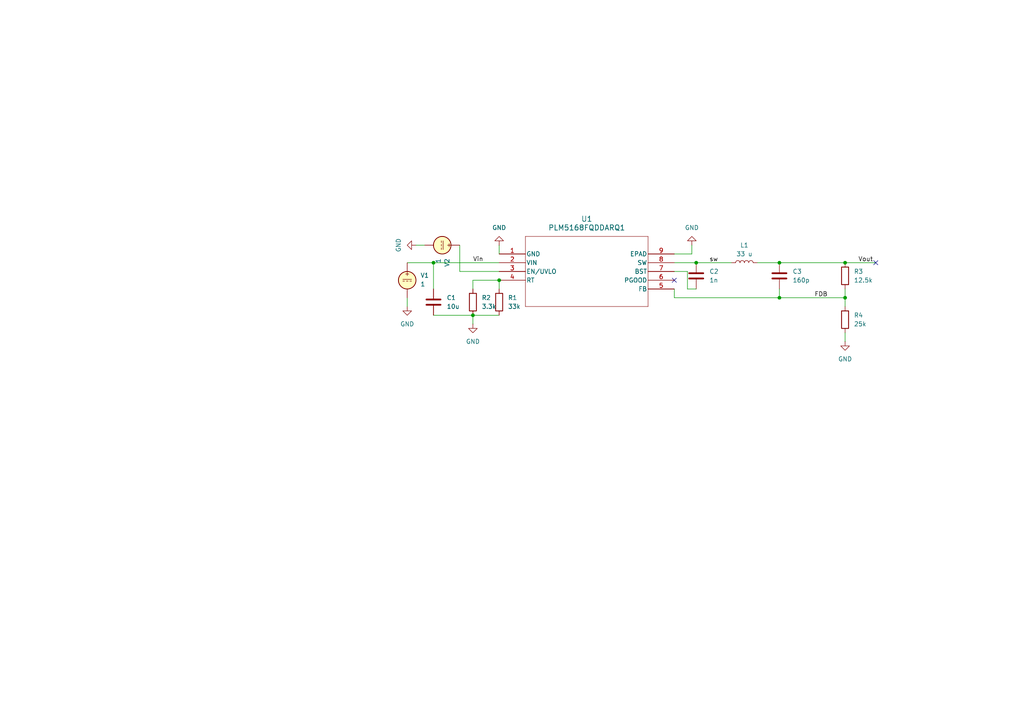
<source format=kicad_sch>
(kicad_sch (version 20231120) (generator "eeschema") (generator_version "8.0")
  (paper "A4")
  (lib_symbols
    (symbol "Device:C" (pin_numbers hide) (pin_names (offset 0.254))
      (property "Reference" "C" (at 0.635 2.54 0))
      (property "Value" "C" (at 0.635 -2.54 0))
      (symbol "C_0_1"
        (polyline (pts (xy -2.032 -0.762) (xy 2.032 -0.762)) (stroke (width 0.508)))
        (polyline (pts (xy -2.032 0.762) (xy 2.032 0.762)) (stroke (width 0.508)))
      )
      (symbol "C_1_1"
        (pin passive line (at 0 3.81 270) (length 2.794) (name "~") (number "1"))
        (pin passive line (at 0 -3.81 90) (length 2.794) (name "~") (number "2"))
      )
    )
    (symbol "Device:L" (pin_numbers hide) (pin_names (offset 1.016) hide)
      (property "Reference" "L" (at -1.27 0 90))
      (property "Value" "L" (at 1.905 0 90))
      (symbol "L_0_1"
        (arc (start 0 -2.54) (mid 0.6323 -1.905) (end 0 -1.27))
        (arc (start 0 -1.27) (mid 0.6323 -0.635) (end 0 0))
        (arc (start 0 0) (mid 0.6323 0.635) (end 0 1.27))
        (arc (start 0 1.27) (mid 0.6323 1.905) (end 0 2.54))
      )
      (symbol "L_1_1"
        (pin passive line (at 0 3.81 270) (length 1.27) (name "1") (number "1"))
        (pin passive line (at 0 -3.81 90) (length 1.27) (name "2") (number "2"))
      )
    )
    (symbol "Device:R" (pin_numbers hide) (pin_names (offset 0))
      (property "Reference" "R" (at 2.032 0 90))
      (property "Value" "R" (at 0 0 90))
      (symbol "R_0_1"
        (rectangle (start -1.016 -2.54) (end 1.016 2.54) (stroke (width 0.254)))
      )
      (symbol "R_1_1"
        (pin passive line (at 0 3.81 270) (length 1.27) (name "~") (number "1"))
        (pin passive line (at 0 -3.81 90) (length 1.27) (name "~") (number "2"))
      )
    )
    (symbol "LM5168FQDDARQ1:PLM5168FQDDARQ1" (pin_names (offset 0.254))
      (property "Reference" "U" (at 25.4 10.16 0))
      (property "Value" "PLM5168FQDDARQ1" (at 25.4 7.62 0))
      (symbol "PLM5168FQDDARQ1_0_1"
        (polyline (pts (xy 7.62 -15.24) (xy 43.18 -15.24)) (stroke (width 0.127)))
        (polyline (pts (xy 7.62 5.08) (xy 7.62 -15.24)) (stroke (width 0.127)))
        (polyline (pts (xy 43.18 -15.24) (xy 43.18 5.08)) (stroke (width 0.127)))
        (polyline (pts (xy 43.18 5.08) (xy 7.62 5.08)) (stroke (width 0.127)))
        (pin power_out line (at 0 0 0) (length 7.62) (name "GND") (number "1"))
        (pin input line (at 0 -2.54 0) (length 7.62) (name "VIN") (number "2"))
        (pin input line (at 0 -5.08 0) (length 7.62) (name "EN/UVLO") (number "3"))
        (pin input line (at 0 -7.62 0) (length 7.62) (name "RT") (number "4"))
        (pin input line (at 50.8 -10.16 180) (length 7.62) (name "FB") (number "5"))
        (pin output line (at 50.8 -7.62 180) (length 7.62) (name "PGOOD") (number "6"))
        (pin power_in line (at 50.8 -5.08 180) (length 7.62) (name "BST") (number "7"))
        (pin power_in line (at 50.8 -2.54 180) (length 7.62) (name "SW") (number "8"))
        (pin power_out line (at 50.8 0 180) (length 7.62) (name "EPAD") (number "9"))
      )
    )
    (symbol "Simulation_SPICE:VDC" (pin_numbers hide) (pin_names (offset 0.0254))
      (property "Reference" "V" (at 2.54 2.54 0))
      (property "Value" "1" (at 2.54 0 0))
      (symbol "VDC_0_0"
        (polyline (pts (xy -1.27 0.254) (xy 1.27 0.254)))
        (polyline (pts (xy -0.762 -0.254) (xy -1.27 -0.254)))
        (polyline (pts (xy 0.254 -0.254) (xy -0.254 -0.254)))
        (polyline (pts (xy 1.27 -0.254) (xy 0.762 -0.254)))
        (text "+" (at 0 1.905 0) (effects (font (size 1.27 1.27))))
      )
      (symbol "VDC_0_1"
        (circle (center 0 0) (radius 2.54) (stroke (width 0.254)) (fill (type background)))
      )
      (symbol "VDC_1_1"
        (pin passive line (at 0 5.08 270) (length 2.54) (name "~") (number "1"))
        (pin passive line (at 0 -5.08 90) (length 2.54) (name "~") (number "2"))
      )
    )
    (symbol "power:GND" (power) (pin_numbers hide) (pin_names (offset 0) hide)
      (property "Value" "GND" (at 0 -3.81 0))
      (symbol "GND_0_1"
        (polyline (pts (xy 0 0) (xy 0 -1.27) (xy 1.27 -1.27) (xy 0 -2.54) (xy -1.27 -1.27) (xy 0 -1.27)))
      )
      (symbol "GND_1_1"
        (pin power_in line (at 0 0 270) (length 0) (name "~") (number "1"))
      )
    )
  )
  (junction (at 245.11 76.2))
  (junction (at 226.06 86.36))
  (junction (at 245.11 86.36))
  (junction (at 137.16 91.44))
  (junction (at 226.06 76.2))
  (junction (at 201.93 76.2))
  (junction (at 125.73 76.2))
  (junction (at 144.78 81.28))
  (no_connect (at 254 76.2))
  (no_connect (at 195.58 81.28))
  (wire (pts (xy 137.16 83.82) (xy 137.16 81.28)))
  (wire (pts (xy 195.58 86.36) (xy 226.06 86.36)))
  (wire (pts (xy 137.16 91.44) (xy 144.78 91.44)))
  (wire (pts (xy 219.71 76.2) (xy 226.06 76.2)))
  (wire (pts (xy 199.39 78.74) (xy 195.58 78.74)))
  (wire (pts (xy 118.11 86.36) (xy 118.11 88.9)))
  (wire (pts (xy 144.78 81.28) (xy 144.78 83.82)))
  (wire (pts (xy 133.35 78.74) (xy 144.78 78.74)))
  (wire (pts (xy 201.93 83.82) (xy 199.39 83.82)))
  (wire (pts (xy 199.39 83.82) (xy 199.39 78.74)))
  (wire (pts (xy 201.93 76.2) (xy 212.09 76.2)))
  (wire (pts (xy 195.58 76.2) (xy 201.93 76.2)))
  (wire (pts (xy 200.66 73.66) (xy 200.66 71.12)))
  (wire (pts (xy 125.73 91.44) (xy 137.16 91.44)))
  (wire (pts (xy 125.73 76.2) (xy 144.78 76.2)))
  (wire (pts (xy 245.11 76.2) (xy 254 76.2)))
  (wire (pts (xy 118.11 76.2) (xy 125.73 76.2)))
  (wire (pts (xy 125.73 83.82) (xy 125.73 76.2)))
  (wire (pts (xy 226.06 86.36) (xy 245.11 86.36)))
  (wire (pts (xy 245.11 96.52) (xy 245.11 99.06)))
  (wire (pts (xy 226.06 83.82) (xy 226.06 86.36)))
  (wire (pts (xy 245.11 86.36) (xy 245.11 88.9)))
  (wire (pts (xy 137.16 91.44) (xy 137.16 93.98)))
  (wire (pts (xy 137.16 81.28) (xy 144.78 81.28)))
  (wire (pts (xy 195.58 83.82) (xy 195.58 86.36)))
  (wire (pts (xy 245.11 83.82) (xy 245.11 86.36)))
  (wire (pts (xy 226.06 76.2) (xy 245.11 76.2)))
  (wire (pts (xy 123.19 71.12) (xy 120.65 71.12)))
  (wire (pts (xy 133.35 71.12) (xy 133.35 78.74)))
  (wire (pts (xy 195.58 73.66) (xy 200.66 73.66)))
  (wire (pts (xy 144.78 73.66) (xy 144.78 71.12)))
  (label "Vin" (at 137.16 76.2 0))
  (label "Vout" (at 248.92 76.2 0))
  (label "FDB" (at 236.22 86.36 0))
  (label "sw" (at 205.74 76.2 0))
  (symbol (lib_id "LM5168FQDDARQ1:PLM5168FQDDARQ1") (at 144.78 73.66 0) (unit 1)
    (property "Reference" "U1" (at 170.18 63.5 0) (effects (font (size 1.524 1.524))))
    (property "Value" "PLM5168FQDDARQ1" (at 170.18 66.04 0) (effects (font (size 1.524 1.524))))
    (property "Footprint" "SOIC8_DDA_TEX" (effects (hide yes)))
    (property "Datasheet" "PLM5168FQDDARQ1" (effects (hide yes)))
    (property "Sim.Library" "LM5168F_TRANS.LIB" (effects (hide yes)))
    (property "Sim.Name" "LM5168F-Q1_TRANS" (effects (hide yes)))
    (property "Sim.Device" "SUBCKT" (effects (hide yes)))
    (property "Sim.Pins" "1=BST 2=EN_UVLO 3=FB 4=GND 5=PAD 6=PGOOD 7=RT 8=SW 9=VIN" (effects (hide yes)))
  )
  (symbol (lib_id "Device:R") (at 245.11 80.01 0) (unit 1)
    (property "Reference" "R3" (at 247.65 78.7399 0) (effects (justify left)))
    (property "Value" "12.5k" (at 247.65 81.2799 0) (effects (justify left)))
    (property "Description" "Resistor" (effects (hide yes)))
  )
  (symbol (lib_id "power:GND") (at 118.11 88.9 0) (unit 1)
    (property "Reference" "#PWR01" (effects (hide yes)))
    (property "Value" "GND" (at 118.11 93.98 0))
    (property "Description" "Power symbol creates a global label with name \"GND\" , ground" (effects (hide yes)))
  )
  (symbol (lib_id "power:GND") (at 200.66 71.12 180) (unit 1)
    (property "Reference" "#PWR03" (effects (hide yes)))
    (property "Value" "GND" (at 200.66 66.04 0))
    (property "Description" "Power symbol creates a global label with name \"GND\" , ground" (effects (hide yes)))
  )
  (symbol (lib_id "Device:C") (at 226.06 80.01 180) (unit 1)
    (property "Reference" "C3" (at 229.87 78.7399 0) (effects (justify right)))
    (property "Value" "160p" (at 229.87 81.2799 0) (effects (justify right)))
    (property "Description" "Unpolarized capacitor" (effects (hide yes)))
  )
  (symbol (lib_id "Device:C") (at 125.73 87.63 0) (unit 1)
    (property "Reference" "C1" (at 129.54 86.3599 0) (effects (justify left)))
    (property "Value" "10u" (at 129.54 88.8999 0) (effects (justify left)))
    (property "Description" "Unpolarized capacitor" (effects (hide yes)))
  )
  (symbol (lib_id "Simulation_SPICE:VDC") (at 128.27 71.12 270) (unit 1)
    (property "Reference" "V2" (at 129.6699 74.93 0) (effects (justify left)))
    (property "Value" "1" (at 127.1299 74.93 0) (effects (justify left)))
    (property "Datasheet" "https://ngspice.sourceforge.io/docs/ngspice-html-manual/manual.xhtml#sec_Independent_Sources_for" (effects (hide yes)))
    (property "Description" "Voltage source, DC" (effects (hide yes)))
    (property "Sim.Pins" "1=+ 2=-" (effects (hide yes)))
    (property "Sim.Type" "DC" (effects (hide yes)))
    (property "Sim.Device" "V" (effects (hide yes)))
  )
  (symbol (lib_id "power:GND") (at 137.16 93.98 0) (unit 1)
    (property "Reference" "#PWR05" (effects (hide yes)))
    (property "Value" "GND" (at 137.16 99.06 0))
    (property "Description" "Power symbol creates a global label with name \"GND\" , ground" (effects (hide yes)))
  )
  (symbol (lib_id "power:GND") (at 245.11 99.06 0) (unit 1)
    (property "Reference" "#PWR04" (effects (hide yes)))
    (property "Value" "GND" (at 245.11 104.14 0))
    (property "Description" "Power symbol creates a global label with name \"GND\" , ground" (effects (hide yes)))
  )
  (symbol (lib_id "Device:R") (at 144.78 87.63 0) (unit 1)
    (property "Reference" "R1" (at 147.32 86.3599 0) (effects (justify left)))
    (property "Value" "33k" (at 147.32 88.8999 0) (effects (justify left)))
    (property "Description" "Resistor" (effects (hide yes)))
  )
  (symbol (lib_id "Device:C") (at 201.93 80.01 180) (unit 1)
    (property "Reference" "C2" (at 205.74 78.7399 0) (effects (justify right)))
    (property "Value" "1n" (at 205.74 81.2799 0) (effects (justify right)))
    (property "Description" "Unpolarized capacitor" (effects (hide yes)))
  )
  (symbol (lib_id "power:GND") (at 144.78 71.12 180) (unit 1)
    (property "Reference" "#PWR02" (effects (hide yes)))
    (property "Value" "GND" (at 144.78 66.04 0))
    (property "Description" "Power symbol creates a global label with name \"GND\" , ground" (effects (hide yes)))
  )
  (symbol (lib_id "Device:R") (at 245.11 92.71 0) (unit 1)
    (property "Reference" "R4" (at 247.65 91.4399 0) (effects (justify left)))
    (property "Value" "25k" (at 247.65 93.9799 0) (effects (justify left)))
    (property "Description" "Resistor" (effects (hide yes)))
  )
  (symbol (lib_id "power:GND") (at 120.65 71.12 270) (unit 1)
    (property "Reference" "#PWR06" (effects (hide yes)))
    (property "Value" "GND" (at 115.57 71.12 0))
    (property "Description" "Power symbol creates a global label with name \"GND\" , ground" (effects (hide yes)))
  )
  (symbol (lib_id "Device:R") (at 137.16 87.63 0) (unit 1)
    (property "Reference" "R2" (at 139.7 86.3599 0) (effects (justify left)))
    (property "Value" "3.3k" (at 139.7 88.8999 0) (effects (justify left)))
    (property "Description" "Resistor" (effects (hide yes)))
  )
  (symbol (lib_id "Device:L") (at 215.9 76.2 90) (unit 1)
    (property "Reference" "L1" (at 215.9 71.12 90))
    (property "Value" "33 u" (at 215.9 73.66 90))
    (property "Description" "Inductor" (effects (hide yes)))
  )
  (symbol (lib_id "Simulation_SPICE:VDC") (at 118.11 81.28 0) (unit 1)
    (property "Reference" "V1" (at 121.92 79.8801 0) (effects (justify left)))
    (property "Value" "1" (at 121.92 82.4201 0) (effects (justify left)))
    (property "Datasheet" "https://ngspice.sourceforge.io/docs/ngspice-html-manual/manual.xhtml#sec_Independent_Sources_for" (effects (hide yes)))
    (property "Description" "Voltage source, DC" (effects (hide yes)))
    (property "Sim.Pins" "1=+ 2=-" (effects (hide yes)))
    (property "Sim.Type" "DC" (effects (hide yes)))
    (property "Sim.Device" "V" (effects (hide yes)))
  )
)
</source>
